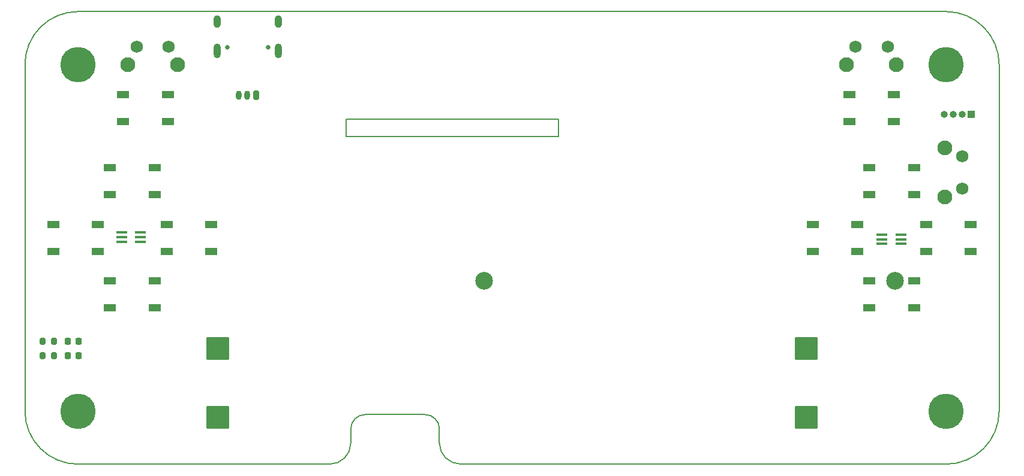
<source format=gbr>
G04 #@! TF.GenerationSoftware,KiCad,Pcbnew,7.0.9*
G04 #@! TF.CreationDate,2024-02-19T16:20:50+08:00*
G04 #@! TF.ProjectId,Teeny_girl,5465656e-795f-4676-9972-6c2e6b696361,rev?*
G04 #@! TF.SameCoordinates,Original*
G04 #@! TF.FileFunction,Soldermask,Top*
G04 #@! TF.FilePolarity,Negative*
%FSLAX46Y46*%
G04 Gerber Fmt 4.6, Leading zero omitted, Abs format (unit mm)*
G04 Created by KiCad (PCBNEW 7.0.9) date 2024-02-19 16:20:50*
%MOMM*%
%LPD*%
G01*
G04 APERTURE LIST*
G04 Aperture macros list*
%AMRoundRect*
0 Rectangle with rounded corners*
0 $1 Rounding radius*
0 $2 $3 $4 $5 $6 $7 $8 $9 X,Y pos of 4 corners*
0 Add a 4 corners polygon primitive as box body*
4,1,4,$2,$3,$4,$5,$6,$7,$8,$9,$2,$3,0*
0 Add four circle primitives for the rounded corners*
1,1,$1+$1,$2,$3*
1,1,$1+$1,$4,$5*
1,1,$1+$1,$6,$7*
1,1,$1+$1,$8,$9*
0 Add four rect primitives between the rounded corners*
20,1,$1+$1,$2,$3,$4,$5,0*
20,1,$1+$1,$4,$5,$6,$7,0*
20,1,$1+$1,$6,$7,$8,$9,0*
20,1,$1+$1,$8,$9,$2,$3,0*%
G04 Aperture macros list end*
%ADD10R,1.700000X1.000000*%
%ADD11C,5.000000*%
%ADD12RoundRect,0.200000X0.200000X0.275000X-0.200000X0.275000X-0.200000X-0.275000X0.200000X-0.275000X0*%
%ADD13RoundRect,0.218750X0.218750X0.256250X-0.218750X0.256250X-0.218750X-0.256250X0.218750X-0.256250X0*%
%ADD14RoundRect,0.200000X-0.200000X-0.275000X0.200000X-0.275000X0.200000X0.275000X-0.200000X0.275000X0*%
%ADD15R,1.500000X0.400000*%
%ADD16RoundRect,0.102000X-1.500000X1.500000X-1.500000X-1.500000X1.500000X-1.500000X1.500000X1.500000X0*%
%ADD17RoundRect,0.102000X1.500000X-1.500000X1.500000X1.500000X-1.500000X1.500000X-1.500000X-1.500000X0*%
%ADD18C,2.100000*%
%ADD19C,1.750000*%
%ADD20C,2.500000*%
%ADD21C,0.650000*%
%ADD22O,1.000000X1.800000*%
%ADD23O,1.000000X2.100000*%
%ADD24R,1.000000X1.000000*%
%ADD25O,1.000000X1.000000*%
%ADD26RoundRect,0.200000X0.200000X0.450000X-0.200000X0.450000X-0.200000X-0.450000X0.200000X-0.450000X0*%
%ADD27O,0.800000X1.300000*%
G04 #@! TA.AperFunction,Profile*
%ADD28C,0.150000*%
G04 #@! TD*
G04 APERTURE END LIST*
D10*
X86045000Y-77741900D03*
X92345000Y-77741900D03*
X86045000Y-81541900D03*
X92345000Y-81541900D03*
D11*
X204045000Y-47141900D03*
D12*
X78182500Y-88266900D03*
X76532500Y-88266900D03*
D10*
X193245000Y-77741900D03*
X199545000Y-77741900D03*
X193245000Y-81541900D03*
X199545000Y-81541900D03*
D13*
X81645000Y-86266900D03*
X80070000Y-86266900D03*
D11*
X81545000Y-47141900D03*
D14*
X76532500Y-86266900D03*
X78182500Y-86266900D03*
D10*
X201245000Y-69741900D03*
X207545000Y-69741900D03*
X201245000Y-73541900D03*
X207545000Y-73541900D03*
D13*
X81645000Y-88266900D03*
X80070000Y-88266900D03*
D10*
X94195000Y-55171900D03*
X87895000Y-55171900D03*
X94195000Y-51371900D03*
X87895000Y-51371900D03*
X94045000Y-69741900D03*
X100345000Y-69741900D03*
X94045000Y-73541900D03*
X100345000Y-73541900D03*
D15*
X87715000Y-70891900D03*
X87715000Y-71541900D03*
X87715000Y-72191900D03*
X90375000Y-72191900D03*
X90375000Y-71541900D03*
X90375000Y-70891900D03*
D16*
X101245000Y-87251900D03*
X101245000Y-97031900D03*
D10*
X86045000Y-61741900D03*
X92345000Y-61741900D03*
X86045000Y-65541900D03*
X92345000Y-65541900D03*
D17*
X184345000Y-97031900D03*
X184345000Y-87251900D03*
D15*
X195015000Y-71191900D03*
X195015000Y-71841900D03*
X195015000Y-72491900D03*
X197675000Y-72491900D03*
X197675000Y-71841900D03*
X197675000Y-71191900D03*
D10*
X193245000Y-61741900D03*
X199545000Y-61741900D03*
X193245000Y-65541900D03*
X199545000Y-65541900D03*
D11*
X204045000Y-96141900D03*
D10*
X185245000Y-69741900D03*
X191545000Y-69741900D03*
X185245000Y-73541900D03*
X191545000Y-73541900D03*
X78045000Y-69741900D03*
X84345000Y-69741900D03*
X78045000Y-73541900D03*
X84345000Y-73541900D03*
D11*
X81545000Y-96141900D03*
D10*
X196695000Y-55166900D03*
X190395000Y-55166900D03*
X196695000Y-51366900D03*
X190395000Y-51366900D03*
D18*
X197045000Y-47141900D03*
X190035000Y-47141900D03*
D19*
X195795000Y-44651900D03*
X191295000Y-44651900D03*
D20*
X138855000Y-77716900D03*
X196855000Y-77716900D03*
D18*
X203842500Y-65891900D03*
X203842500Y-58881900D03*
D19*
X206332500Y-64641900D03*
X206332500Y-60141900D03*
D21*
X102575000Y-44716900D03*
X108355000Y-44716900D03*
D22*
X101145000Y-41036900D03*
D23*
X101145000Y-45236900D03*
D22*
X109785000Y-41036900D03*
D23*
X109785000Y-45236900D03*
D24*
X207585000Y-54141900D03*
D25*
X206315000Y-54141900D03*
X205045000Y-54141900D03*
X203775000Y-54141900D03*
D18*
X95555000Y-47141900D03*
X88545000Y-47141900D03*
D19*
X94305000Y-44651900D03*
X89805000Y-44651900D03*
D26*
X106695000Y-51441900D03*
D27*
X105445000Y-51441900D03*
X104195000Y-51441900D03*
D28*
X116545000Y-103641900D02*
X117045000Y-103641900D01*
X117045000Y-103641900D02*
G75*
G03*
X120045000Y-100641900I0J3000000D01*
G01*
X132545000Y-98641900D02*
G75*
G03*
X130545000Y-96641900I-2000000J0D01*
G01*
X74045000Y-47141900D02*
X74045000Y-96141900D01*
X211545000Y-47141900D02*
G75*
G03*
X204045000Y-39641900I-7500000J0D01*
G01*
X120045000Y-100641900D02*
X120045000Y-98641900D01*
X81545000Y-39641900D02*
X204045000Y-39641900D01*
X132545000Y-98641900D02*
X132545000Y-100641900D01*
X122045000Y-96641900D02*
X130545000Y-96641900D01*
X81545000Y-39641900D02*
G75*
G03*
X74045000Y-47141900I0J-7500000D01*
G01*
X132545000Y-100641900D02*
G75*
G03*
X135545000Y-103641900I3000000J0D01*
G01*
X204045000Y-103641900D02*
X136545000Y-103641900D01*
X81545000Y-103641900D02*
X116545000Y-103641900D01*
X122045000Y-96641900D02*
G75*
G03*
X120045000Y-98641900I0J-2000000D01*
G01*
X211545000Y-47141900D02*
X211545000Y-96141900D01*
X136545000Y-103641900D02*
X135545000Y-103641900D01*
X74045000Y-96141900D02*
G75*
G03*
X81545000Y-103641900I7500000J0D01*
G01*
X204045000Y-103641900D02*
G75*
G03*
X211545000Y-96141900I0J7500000D01*
G01*
X149345000Y-57341900D02*
X119345000Y-57341900D01*
X119345000Y-54841900D01*
X149345000Y-54841900D01*
X149345000Y-57341900D01*
M02*

</source>
